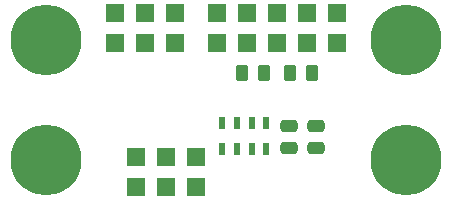
<source format=gbr>
%TF.GenerationSoftware,KiCad,Pcbnew,6.0.4-6f826c9f35~116~ubuntu20.04.1*%
%TF.CreationDate,2023-01-18T21:01:08+00:00*%
%TF.ProjectId,ALTIMET02A,414c5449-4d45-4543-9032-412e6b696361,rev?*%
%TF.SameCoordinates,Original*%
%TF.FileFunction,Soldermask,Bot*%
%TF.FilePolarity,Negative*%
%FSLAX46Y46*%
G04 Gerber Fmt 4.6, Leading zero omitted, Abs format (unit mm)*
G04 Created by KiCad (PCBNEW 6.0.4-6f826c9f35~116~ubuntu20.04.1) date 2023-01-18 21:01:08*
%MOMM*%
%LPD*%
G01*
G04 APERTURE LIST*
G04 Aperture macros list*
%AMRoundRect*
0 Rectangle with rounded corners*
0 $1 Rounding radius*
0 $2 $3 $4 $5 $6 $7 $8 $9 X,Y pos of 4 corners*
0 Add a 4 corners polygon primitive as box body*
4,1,4,$2,$3,$4,$5,$6,$7,$8,$9,$2,$3,0*
0 Add four circle primitives for the rounded corners*
1,1,$1+$1,$2,$3*
1,1,$1+$1,$4,$5*
1,1,$1+$1,$6,$7*
1,1,$1+$1,$8,$9*
0 Add four rect primitives between the rounded corners*
20,1,$1+$1,$2,$3,$4,$5,0*
20,1,$1+$1,$4,$5,$6,$7,0*
20,1,$1+$1,$6,$7,$8,$9,0*
20,1,$1+$1,$8,$9,$2,$3,0*%
G04 Aperture macros list end*
%ADD10R,1.524000X1.524000*%
%ADD11C,6.000000*%
%ADD12RoundRect,0.250000X-0.262500X-0.450000X0.262500X-0.450000X0.262500X0.450000X-0.262500X0.450000X0*%
%ADD13RoundRect,0.250000X0.475000X-0.250000X0.475000X0.250000X-0.475000X0.250000X-0.475000X-0.250000X0*%
%ADD14R,0.600000X1.100000*%
%ADD15RoundRect,0.250000X0.262500X0.450000X-0.262500X0.450000X-0.262500X-0.450000X0.262500X-0.450000X0*%
G04 APERTURE END LIST*
D10*
%TO.C,J3*%
X141478000Y-99314000D03*
X141478000Y-101854000D03*
X138938000Y-99314000D03*
X138938000Y-101854000D03*
X136398000Y-99314000D03*
X136398000Y-101854000D03*
X133858000Y-99314000D03*
X133858000Y-101854000D03*
X131318000Y-99314000D03*
X131318000Y-101854000D03*
%TD*%
%TO.C,J2*%
X122682000Y-101854000D03*
X122682000Y-99314000D03*
X125222000Y-101854000D03*
X125222000Y-99314000D03*
X127762000Y-101854000D03*
X127762000Y-99314000D03*
%TD*%
D11*
%TO.C,H1*%
X147320000Y-111760000D03*
%TD*%
%TO.C,H4*%
X116840000Y-101600000D03*
%TD*%
%TO.C,H3*%
X147320000Y-101600000D03*
%TD*%
D10*
%TO.C,J1*%
X129540000Y-111506000D03*
X129540000Y-114046000D03*
X127000000Y-111506000D03*
X127000000Y-114046000D03*
X124460000Y-111506000D03*
X124460000Y-114046000D03*
%TD*%
D11*
%TO.C,H2*%
X116840000Y-111760000D03*
%TD*%
D12*
%TO.C,R1*%
X137517500Y-104394000D03*
X139342500Y-104394000D03*
%TD*%
D13*
%TO.C,C2*%
X139700000Y-110744000D03*
X139700000Y-108844000D03*
%TD*%
D14*
%TO.C,IC1*%
X135479000Y-110828000D03*
X134229000Y-110828000D03*
X132979000Y-110828000D03*
X131729000Y-110828000D03*
X131729000Y-108628000D03*
X132979000Y-108628000D03*
X134229000Y-108628000D03*
X135479000Y-108628000D03*
%TD*%
D15*
%TO.C,R2*%
X135278500Y-104394000D03*
X133453500Y-104394000D03*
%TD*%
D13*
%TO.C,C1*%
X137414000Y-110744000D03*
X137414000Y-108844000D03*
%TD*%
M02*

</source>
